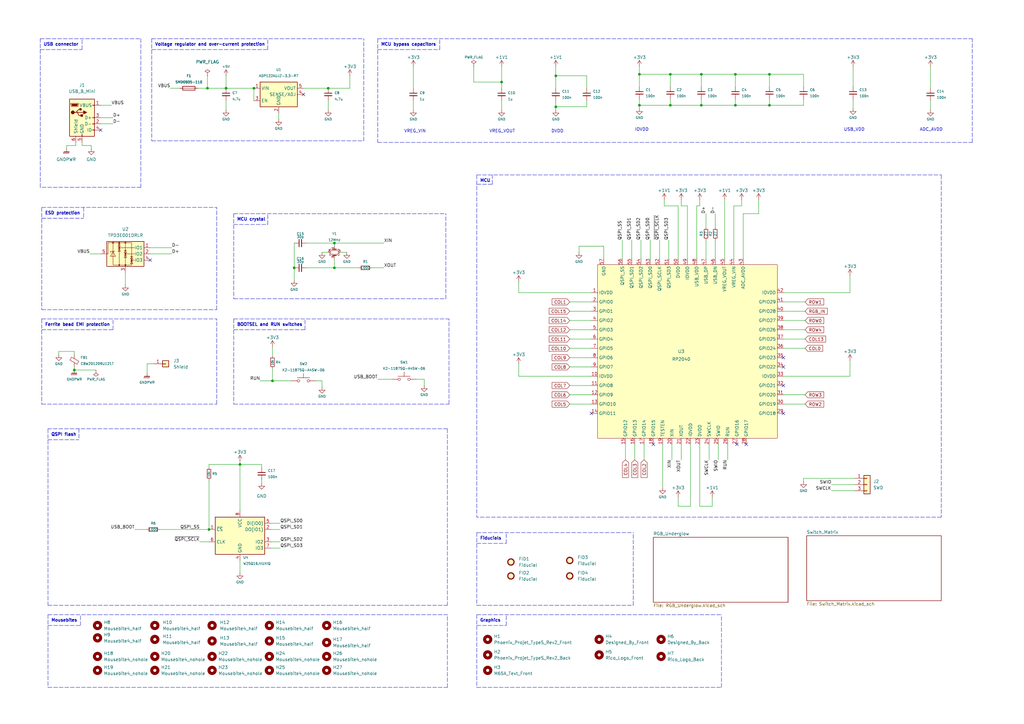
<source format=kicad_sch>
(kicad_sch (version 20211123) (generator eeschema)
  (paper "A3")
  (title_block (title "Phoenix Project No 1 - Type S") (date "2024-07-13") (rev "2.1") (comment 1 "Designed with love by Rico"))
  (lib_symbols
    (symbol "Connector:USB_B_Mini" (pin_names (offset 1.016))
      (property "Reference" "J" (at -5.08 11.43 0))
      (property "Value" "USB_B_Mini" (at -5.08 8.89 0))
      (symbol "USB_B_Mini_1_1"
        (pin power_out line (at 7.62 5.08 180) (length 2.54) (name "VBUS") (number "1"))
        (pin bidirectional line (at 7.62 -2.54 180) (length 2.54) (name "D-") (number "2"))
        (pin bidirectional line (at 7.62 0 180) (length 2.54) (name "D+") (number "3"))
        (pin passive line (at 7.62 -5.08 180) (length 2.54) (name "ID") (number "4"))
        (pin power_out line (at 0 -10.16 90) (length 2.54) (name "GND") (number "5"))
        (pin passive line (at -2.54 -10.16 90) (length 2.54) (name "Shield") (number "6"))
      )
    )
    (symbol "Connector_Generic:Conn_01x01" (pin_names (offset 1.016) hide)
      (property "Reference" "J" (at 0 2.54 0))
      (property "Value" "Conn_01x01" (at 0 -2.54 0))
      (symbol "Conn_01x01_1_1"
        (pin passive line (at -5.08 0 0) (length 3.81) (name "Pin_1") (number "1"))
      )
    )
    (symbol "Connector_Generic:Conn_01x03" (pin_names (offset 1.016) hide)
      (property "Reference" "J" (at 0 5.08 0))
      (property "Value" "Conn_01x03" (at 0 -5.08 0))
      (symbol "Conn_01x03_1_1"
        (pin passive line (at -5.08 2.54 0) (length 3.81) (name "Pin_1") (number "1"))
        (pin passive line (at -5.08 0 0) (length 3.81) (name "Pin_2") (number "2"))
        (pin passive line (at -5.08 -2.54 0) (length 3.81) (name "Pin_3") (number "3"))
      )
    )
    (symbol "Device:C_Small" (pin_numbers hide) (pin_names (offset 0.254) hide)
      (property "Reference" "C" (at 0.254 1.778 0))
      (property "Value" "C_Small" (at 0.254 -2.032 0))
      (symbol "C_Small_1_1"
        (pin passive line (at 0 2.54 270) (length 2.032) (name "~") (number "1"))
        (pin passive line (at 0 -2.54 90) (length 2.032) (name "~") (number "2"))
      )
    )
    (symbol "Device:Crystal_GND24_Small" (pin_names (offset 1.016) hide)
      (property "Reference" "Y" (at 1.27 4.445 0))
      (property "Value" "Crystal_GND24_Small" (at 1.27 2.54 0))
      (symbol "Crystal_GND24_Small_1_1"
        (pin passive line (at -2.54 0 0) (length 1.27) (name "1") (number "1"))
        (pin passive line (at 0 -2.54 90) (length 0.635) (name "2") (number "2"))
        (pin passive line (at 2.54 0 180) (length 1.27) (name "3") (number "3"))
        (pin passive line (at 0 2.54 270) (length 0.635) (name "4") (number "4"))
      )
    )
    (symbol "Device:FerriteBead_Small" (pin_numbers hide) (pin_names (offset 0))
      (property "Reference" "FB" (at 1.905 1.27 0))
      (property "Value" "FerriteBead_Small" (at 1.905 -1.27 0))
      (symbol "FerriteBead_Small_1_1"
        (pin passive line (at 0 2.54 270) (length 1.27) (name "~") (number "1"))
        (pin passive line (at 0 -2.54 90) (length 1.27) (name "~") (number "2"))
      )
    )
    (symbol "Device:Fuse" (pin_numbers hide) (pin_names (offset 0))
      (property "Reference" "F" (at 2.032 0 90))
      (property "Value" "Fuse" (at -1.905 0 90))
      (symbol "Fuse_1_1"
        (pin passive line (at 0 3.81 270) (length 1.27) (name "~") (number "1"))
        (pin passive line (at 0 -3.81 90) (length 1.27) (name "~") (number "2"))
      )
    )
    (symbol "Device:R_Small" (pin_numbers hide) (pin_names (offset 0.254) hide)
      (property "Reference" "R" (at 0.762 0.508 0))
      (property "Value" "R_Small" (at 0.762 -1.016 0))
      (symbol "R_Small_1_1"
        (pin passive line (at 0 2.54 270) (length 0.762) (name "~") (number "1"))
        (pin passive line (at 0 -2.54 90) (length 0.762) (name "~") (number "2"))
      )
    )
    (symbol "Mechanical:Fiducial"
      (property "Reference" "FID" (at 0 5.08 0))
      (property "Value" "Fiducial" (at 0 3.175 0))
    )
    (symbol "Mechanical:MountingHole" (pin_names (offset 1.016))
      (property "Reference" "H" (at 0 5.08 0))
      (property "Value" "MountingHole" (at 0 3.175 0))
    )
    (symbol "Memory_Flash:W25Q32JVSS"
      (property "Reference" "U" (at -8.89 8.89 0))
      (property "Value" "W25Q32JVSS" (at 7.62 8.89 0))
      (symbol "W25Q32JVSS_1_1"
        (pin input line (at -12.7 2.54 0) (length 2.54) (name "~{CS}") (number "1"))
        (pin bidirectional line (at 12.7 2.54 180) (length 2.54) (name "DO(IO1)") (number "2"))
        (pin bidirectional line (at 12.7 -2.54 180) (length 2.54) (name "IO2") (number "3"))
        (pin power_in line (at 0 -10.16 90) (length 2.54) (name "GND") (number "4"))
        (pin bidirectional line (at 12.7 5.08 180) (length 2.54) (name "DI(IO0)") (number "5"))
        (pin input line (at -12.7 -2.54 0) (length 2.54) (name "CLK") (number "6"))
        (pin bidirectional line (at 12.7 -5.08 180) (length 2.54) (name "IO3") (number "7"))
        (pin power_in line (at 0 10.16 270) (length 2.54) (name "VCC") (number "8"))
      )
    )
    (symbol "Power_Protection:TPD3E001DRLR"
      (property "Reference" "U" (at -5.08 6.35 0))
      (property "Value" "TPD3E001DRLR" (at 8.89 -7.62 0))
      (symbol "TPD3E001DRLR_1_1"
        (pin passive line (at 10.16 2.54 180) (length 2.54) (name "IO1") (number "1"))
        (pin passive line (at 10.16 0 180) (length 2.54) (name "IO2") (number "2"))
        (pin passive line (at 0 -7.62 90) (length 2.54) (name "~") (number "3"))
        (pin passive line (at 10.16 -2.54 180) (length 2.54) (name "IO3") (number "4"))
        (pin passive line (at -10.16 0 0) (length 2.54) (name "~") (number "5"))
      )
    )
    (symbol "Regulator_Linear:ADP7142AUJZ-3.3"
      (property "Reference" "U" (at 0 8.89 0))
      (property "Value" "ADP7142AUJZ-3.3" (at 0 6.35 0))
      (symbol "ADP7142AUJZ-3.3_1_1"
        (pin power_in line (at -10.16 2.54 0) (length 2.54) (name "VIN") (number "1"))
        (pin power_in line (at 0 -7.62 90) (length 2.54) (name "GND") (number "2"))
        (pin input line (at -10.16 -2.54 0) (length 2.54) (name "EN") (number "3"))
        (pin input line (at 10.16 0 180) (length 2.54) (name "SENSE/ADJ") (number "4"))
        (pin power_out line (at 10.16 2.54 180) (length 2.54) (name "VOUT") (number "5"))
      )
    )
    (symbol "Switch:SW_Push" (pin_numbers hide) (pin_names (offset 1.016) hide)
      (property "Reference" "SW" (at 1.27 2.54 0))
      (property "Value" "SW_Push" (at 0 -1.524 0))
      (symbol "SW_Push_0_1"
        (pin passive line (at -5.08 0 0) (length 2.54) (name "1") (number "1"))
        (pin passive line (at 5.08 0 180) (length 2.54) (name "2") (number "2"))
      )
    )
    (symbol "mymakercorner:RP2040"
      (property "Reference" "U" (at 0 3.81 0))
      (property "Value" "RP2040" (at 0 1.27 0))
      (symbol "RP2040_1_1"
        (pin power_in line (at -36.83 24.13 0) (length 2.54) (name "IOVDD") (number "1"))
        (pin power_in line (at -36.83 -10.16 0) (length 2.54) (name "IOVDD") (number "10"))
        (pin bidirectional line (at -36.83 -13.97 0) (length 2.54) (name "GPIO8") (number "11"))
        (pin bidirectional line (at -36.83 -17.78 0) (length 2.54) (name "GPIO9") (number "12"))
        (pin bidirectional line (at -36.83 -21.59 0) (length 2.54) (name "GPIO10") (number "13"))
        (pin bidirectional line (at -36.83 -25.4 0) (length 2.54) (name "GPIO11") (number "14"))
        (pin bidirectional line (at -22.86 -38.1 90) (length 2.54) (name "GPIO12") (number "15"))
        (pin bidirectional line (at -19.05 -38.1 90) (length 2.54) (name "GPIO13") (number "16"))
        (pin bidirectional line (at -15.24 -38.1 90) (length 2.54) (name "GPIO14") (number "17"))
        (pin bidirectional line (at -11.43 -38.1 90) (length 2.54) (name "GPIO15") (number "18"))
        (pin input line (at -7.62 -38.1 90) (length 2.54) (name "TESTEN") (number "19"))
        (pin bidirectional line (at -36.83 20.32 0) (length 2.54) (name "GPIO0") (number "2"))
        (pin input line (at -3.81 -38.1 90) (length 2.54) (name "XIN") (number "20"))
        (pin input line (at 0 -38.1 90) (length 2.54) (name "XOUT") (number "21"))
        (pin power_in line (at 3.81 -38.1 90) (length 2.54) (name "IOVDD") (number "22"))
        (pin power_in line (at 7.62 -38.1 90) (length 2.54) (name "DVDD") (number "23"))
        (pin bidirectional line (at 11.43 -38.1 90) (length 2.54) (name "SWCLK") (number "24"))
        (pin bidirectional line (at 15.24 -38.1 90) (length 2.54) (name "SWIO") (number "25"))
        (pin input line (at 19.05 -38.1 90) (length 2.54) (name "RUN") (number "26"))
        (pin bidirectional line (at 22.86 -38.1 90) (length 2.54) (name "GPIO16") (number "27"))
        (pin bidirectional line (at 26.67 -38.1 90) (length 2.54) (name "GPIO17") (number "28"))
        (pin bidirectional line (at 41.91 -25.4 180) (length 2.54) (name "GPIO18") (number "29"))
        (pin bidirectional line (at -36.83 16.51 0) (length 2.54) (name "GPIO1") (number "3"))
        (pin bidirectional line (at 41.91 -21.59 180) (length 2.54) (name "GPIO19") (number "30"))
        (pin bidirectional line (at 41.91 -17.78 180) (length 2.54) (name "GPIO20") (number "31"))
        (pin bidirectional line (at 41.91 -13.97 180) (length 2.54) (name "GPIO21") (number "32"))
        (pin power_in line (at 41.91 -10.16 180) (length 2.54) (name "IOVDD") (number "33"))
        (pin bidirectional line (at 41.91 -6.35 180) (length 2.54) (name "GPIO22") (number "34"))
        (pin bidirectional line (at 41.91 -2.54 180) (length 2.54) (name "GPIO23") (number "35"))
        (pin bidirectional line (at 41.91 1.27 180) (length 2.54) (name "GPIO24") (number "36"))
        (pin bidirectional line (at 41.91 5.08 180) (length 2.54) (name "GPIO25") (number "37"))
        (pin bidirectional line (at 41.91 8.89 180) (length 2.54) (name "GPIO26") (number "38"))
        (pin bidirectional line (at 41.91 12.7 180) (length 2.54) (name "GPIO27") (number "39"))
        (pin bidirectional line (at -36.83 12.7 0) (length 2.54) (name "GPIO2") (number "4"))
        (pin bidirectional line (at 41.91 16.51 180) (length 2.54) (name "GPIO28") (number "40"))
        (pin bidirectional line (at 41.91 20.32 180) (length 2.54) (name "GPIO29") (number "41"))
        (pin power_in line (at 41.91 24.13 180) (length 2.54) (name "IOVDD") (number "42"))
        (pin power_in line (at 25.4 38.1 270) (length 2.54) (name "ADC_AVDD") (number "43"))
        (pin power_in line (at 21.59 38.1 270) (length 2.54) (name "VREG_VIN") (number "44"))
        (pin power_in line (at 17.78 38.1 270) (length 2.54) (name "VREG_VOUT") (number "45"))
        (pin bidirectional line (at 13.97 38.1 270) (length 2.54) (name "USB_DN") (number "46"))
        (pin bidirectional line (at 10.16 38.1 270) (length 2.54) (name "USB_DP") (number "47"))
        (pin power_in line (at 6.35 38.1 270) (length 2.54) (name "USB_VDD") (number "48"))
        (pin power_in line (at 2.54 38.1 270) (length 2.54) (name "IOVDD") (number "49"))
        (pin bidirectional line (at -36.83 8.89 0) (length 2.54) (name "GPIO3") (number "5"))
        (pin power_in line (at -1.27 38.1 270) (length 2.54) (name "DVDD") (number "50"))
        (pin bidirectional line (at -5.08 38.1 270) (length 2.54) (name "QSPI_SD3") (number "51"))
        (pin bidirectional line (at -8.89 38.1 270) (length 2.54) (name "QSPI_SCLK") (number "52"))
        (pin bidirectional line (at -12.7 38.1 270) (length 2.54) (name "QSPI_SD0") (number "53"))
        (pin bidirectional line (at -16.51 38.1 270) (length 2.54) (name "QSPI_SD2") (number "54"))
        (pin bidirectional line (at -20.32 38.1 270) (length 2.54) (name "QSPI_SD1") (number "55"))
        (pin bidirectional line (at -24.13 38.1 270) (length 2.54) (name "QSPI_SS") (number "56"))
        (pin power_in line (at -31.75 38.1 270) (length 2.54) (name "GND") (number "57"))
        (pin bidirectional line (at -36.83 5.08 0) (length 2.54) (name "GPIO4") (number "6"))
        (pin bidirectional line (at -36.83 1.27 0) (length 2.54) (name "GPIO5") (number "7"))
        (pin bidirectional line (at -36.83 -2.54 0) (length 2.54) (name "GPIO6") (number "8"))
        (pin bidirectional line (at -36.83 -6.35 0) (length 2.54) (name "GPIO7") (number "9"))
      )
    )
    (symbol "power:+1V1" (power) (pin_names (offset 0))
      (property "Value" "+1V1" (at 0 3.556 0))
      (symbol "+1V1_1_1"
        (pin power_in line (at 0 0 90) (length 0) hide (name "+1V1") (number "1"))
      )
    )
    (symbol "power:+3V3" (power) (pin_names (offset 0))
      (property "Value" "+3V3" (at 0 3.556 0))
      (symbol "+3V3_1_1"
        (pin power_in line (at 0 0 90) (length 0) hide (name "+3V3") (number "1"))
      )
    )
    (symbol "power:+5V" (power) (pin_names (offset 0))
      (property "Value" "+5V" (at 0 3.556 0))
      (symbol "+5V_1_1"
        (pin power_in line (at 0 0 90) (length 0) hide (name "+5V") (number "1"))
      )
    )
    (symbol "power:GND" (power) (pin_names (offset 0))
      (property "Value" "GND" (at 0 -3.81 0))
      (symbol "GND_1_1"
        (pin power_in line (at 0 0 270) (length 0) hide (name "GND") (number "1"))
      )
    )
    (symbol "power:GNDPWR" (power) (pin_names (offset 0))
      (property "Value" "GNDPWR" (at 0 -3.302 0))
      (symbol "GNDPWR_1_1"
        (pin power_in line (at 0 0 270) (length 0) hide (name "GNDPWR") (number "1"))
      )
    )
    (symbol "power:PWR_FLAG" (power) (pin_numbers hide) (pin_names (offset 0) hide)
      (property "Value" "PWR_FLAG" (at 0 3.81 0))
      (symbol "PWR_FLAG_0_0"
        (pin power_out line (at 0 0 90) (length 0) (name "pwr") (number "1"))
      )
    )
  )
  (junction (at 274.955 43.18))
  (junction (at 301.625 43.18))
  (junction (at 104.14 36.195))
  (junction (at 134.62 36.195))
  (junction (at 85.725 217.17))
  (junction (at 205.74 33.655))
  (junction (at 137.16 109.855))
  (junction (at 315.595 30.48))
  (junction (at 137.16 99.695))
  (junction (at 111.76 156.21))
  (junction (at 287.655 30.48))
  (junction (at 85.09 36.195))
  (junction (at 315.595 43.18))
  (junction (at 287.655 43.18))
  (junction (at 120.65 109.855))
  (junction (at 98.425 190.5))
  (junction (at 92.71 36.195))
  (junction (at 227.965 43.815))
  (junction (at 262.255 30.48))
  (junction (at 262.255 43.18))
  (junction (at 30.48 151.765))
  (junction (at 227.965 31.115))
  (junction (at 301.625 30.48))
  (junction (at 274.955 30.48))
  (no_connect (at 242.57 169.545))
  (no_connect (at 321.31 158.115))
  (no_connect (at 321.31 150.495))
  (no_connect (at 321.31 169.545))
  (no_connect (at 41.275 53.34))
  (no_connect (at 267.97 182.245))
  (no_connect (at 61.595 106.68))
  (no_connect (at 302.26 182.245))
  (no_connect (at 124.46 38.735))
  (no_connect (at 306.07 182.245))
  (no_connect (at 321.31 146.685))
  (wire (pts (xy 274.955 30.48) (xy 287.655 30.48)))
  (wire (pts (xy 205.74 27.305) (xy 205.74 33.655)))
  (polyline (pts (xy 19.685 175.895) (xy 19.685 248.285)))
  (wire (pts (xy 111.125 217.17) (xy 114.935 217.17)))
  (wire (pts (xy 321.31 131.445) (xy 330.2 131.445)))
  (wire (pts (xy 114.3 46.355) (xy 114.3 48.895)))
  (wire (pts (xy 233.68 127.635) (xy 242.57 127.635)))
  (polyline (pts (xy 17.145 130.81) (xy 17.145 165.735)))
  (wire (pts (xy 111.125 222.25) (xy 114.935 222.25)))
  (polyline (pts (xy 19.685 256.54) (xy 33.02 256.54)))
  (polyline (pts (xy 62.23 57.785) (xy 149.225 57.785)))
  (wire (pts (xy 233.68 146.685) (xy 242.57 146.685)))
  (wire (pts (xy 227.965 31.115) (xy 227.965 36.195)))
  (wire (pts (xy 205.74 33.655) (xy 205.74 36.195)))
  (polyline (pts (xy 195.58 252.095) (xy 195.58 281.94)))
  (wire (pts (xy 227.965 43.815) (xy 227.965 45.085)))
  (wire (pts (xy 289.56 87.63) (xy 289.56 93.345)))
  (wire (pts (xy 301.625 30.48) (xy 315.595 30.48)))
  (wire (pts (xy 240.665 31.115) (xy 240.665 36.195)))
  (polyline (pts (xy 17.145 89.535) (xy 34.29 89.535)))
  (wire (pts (xy 30.48 144.145) (xy 30.48 145.415)))
  (wire (pts (xy 329.565 30.48) (xy 329.565 35.56)))
  (polyline (pts (xy 295.91 281.94) (xy 295.91 252.095)))
  (wire (pts (xy 348.615 154.305) (xy 348.615 147.955)))
  (polyline (pts (xy 95.885 87.63) (xy 95.885 122.555)))
  (wire (pts (xy 311.15 81.915) (xy 311.15 87.63)))
  (wire (pts (xy 283.21 182.245) (xy 283.21 207.645)))
  (wire (pts (xy 240.665 41.275) (xy 240.665 43.815)))
  (wire (pts (xy 33.655 59.69) (xy 37.465 59.69)))
  (wire (pts (xy 62.865 149.225) (xy 60.325 149.225)))
  (wire (pts (xy 271.78 182.245) (xy 271.78 200.025)))
  (wire (pts (xy 227.965 31.115) (xy 240.665 31.115)))
  (wire (pts (xy 61.595 104.14) (xy 70.485 104.14)))
  (wire (pts (xy 274.955 30.48) (xy 274.955 35.56)))
  (wire (pts (xy 287.655 30.48) (xy 301.625 30.48)))
  (wire (pts (xy 300.99 84.455) (xy 300.99 106.045)))
  (wire (pts (xy 31.115 58.42) (xy 31.115 59.69)))
  (wire (pts (xy 169.545 41.275) (xy 169.545 45.085)))
  (wire (pts (xy 98.425 189.23) (xy 98.425 190.5)))
  (wire (pts (xy 70.485 101.6) (xy 61.595 101.6)))
  (wire (pts (xy 227.965 27.305) (xy 227.965 31.115)))
  (polyline (pts (xy 195.58 252.095) (xy 295.91 252.095)))
  (polyline (pts (xy 398.78 58.42) (xy 398.78 15.875)))
  (wire (pts (xy 301.625 40.64) (xy 301.625 43.18)))
  (wire (pts (xy 278.13 84.455) (xy 278.13 106.045)))
  (wire (pts (xy 30.48 150.495) (xy 30.48 151.765)))
  (wire (pts (xy 233.68 131.445) (xy 242.57 131.445)))
  (wire (pts (xy 227.965 43.815) (xy 240.665 43.815)))
  (wire (pts (xy 330.2 142.875) (xy 321.31 142.875)))
  (wire (pts (xy 125.73 99.695) (xy 137.16 99.695)))
  (wire (pts (xy 69.85 36.195) (xy 73.66 36.195)))
  (wire (pts (xy 92.71 36.195) (xy 104.14 36.195)))
  (wire (pts (xy 255.27 98.425) (xy 255.27 106.045)))
  (wire (pts (xy 315.595 43.18) (xy 329.565 43.18)))
  (wire (pts (xy 170.815 155.575) (xy 173.99 155.575)))
  (wire (pts (xy 321.31 165.735) (xy 330.2 165.735)))
  (wire (pts (xy 111.76 156.21) (xy 119.38 156.21)))
  (wire (pts (xy 98.425 229.87) (xy 98.425 234.95)))
  (wire (pts (xy 51.435 111.76) (xy 51.435 116.84)))
  (wire (pts (xy 120.65 109.855) (xy 120.65 114.935)))
  (polyline (pts (xy 19.685 248.285) (xy 183.515 248.285)))
  (wire (pts (xy 173.99 155.575) (xy 173.99 158.115)))
  (wire (pts (xy 274.32 98.425) (xy 274.32 106.045)))
  (polyline (pts (xy 207.645 256.54) (xy 207.645 252.095)))
  (polyline (pts (xy 201.93 75.565) (xy 201.93 71.755)))
  (wire (pts (xy 321.31 127.635) (xy 330.2 127.635)))
  (polyline (pts (xy 62.23 15.875) (xy 149.225 15.875)))
  (wire (pts (xy 287.02 182.245) (xy 287.02 207.645)))
  (polyline (pts (xy 17.145 127) (xy 88.9 127)))
  (polyline (pts (xy 33.655 20.32) (xy 33.655 15.875)))
  (wire (pts (xy 169.545 27.305) (xy 169.545 36.195)))
  (polyline (pts (xy 154.94 20.32) (xy 180.34 20.32)))
  (polyline (pts (xy 183.515 175.895) (xy 183.515 248.285)))
  (wire (pts (xy 132.08 103.505) (xy 134.62 103.505)))
  (wire (pts (xy 348.615 113.03) (xy 348.615 120.015)))
  (polyline (pts (xy 33.02 256.54) (xy 33.02 252.095)))
  (wire (pts (xy 293.37 87.63) (xy 293.37 93.345)))
  (wire (pts (xy 92.71 31.115) (xy 92.71 36.195)))
  (wire (pts (xy 134.62 41.275) (xy 134.62 45.085)))
  (polyline (pts (xy 17.145 85.09) (xy 17.145 127)))
  (wire (pts (xy 41.275 43.18) (xy 45.72 43.18)))
  (polyline (pts (xy 259.715 248.285) (xy 259.715 218.44)))
  (polyline (pts (xy 34.29 85.09) (xy 34.29 89.535)))
  (wire (pts (xy 233.68 142.875) (xy 242.57 142.875)))
  (wire (pts (xy 300.99 84.455) (xy 304.165 84.455)))
  (wire (pts (xy 60.325 149.225) (xy 60.325 153.035)))
  (wire (pts (xy 287.655 30.48) (xy 287.655 35.56)))
  (wire (pts (xy 233.68 158.115) (xy 242.57 158.115)))
  (wire (pts (xy 272.415 84.455) (xy 278.13 84.455)))
  (wire (pts (xy 304.8 87.63) (xy 304.8 106.045)))
  (polyline (pts (xy 19.685 252.095) (xy 183.515 252.095)))
  (wire (pts (xy 266.7 98.425) (xy 266.7 106.045)))
  (wire (pts (xy 137.16 106.045) (xy 137.16 109.855)))
  (wire (pts (xy 297.18 81.915) (xy 297.18 106.045)))
  (polyline (pts (xy 95.885 130.81) (xy 184.15 130.81)))
  (wire (pts (xy 290.83 182.245) (xy 290.83 188.595)))
  (wire (pts (xy 311.15 87.63) (xy 304.8 87.63)))
  (wire (pts (xy 92.71 41.275) (xy 92.71 45.085)))
  (wire (pts (xy 124.46 36.195) (xy 134.62 36.195)))
  (wire (pts (xy 31.115 59.69) (xy 27.305 59.69)))
  (wire (pts (xy 247.65 100.965) (xy 247.65 106.045)))
  (wire (pts (xy 98.425 190.5) (xy 85.725 190.5)))
  (wire (pts (xy 340.995 198.755) (xy 350.52 198.755)))
  (polyline (pts (xy 17.145 130.81) (xy 88.9 130.81)))
  (wire (pts (xy 111.125 224.79) (xy 114.935 224.79)))
  (polyline (pts (xy 19.685 180.34) (xy 32.385 180.34)))
  (wire (pts (xy 85.09 31.115) (xy 85.09 36.195)))
  (wire (pts (xy 262.255 43.18) (xy 262.255 44.45)))
  (wire (pts (xy 285.75 84.455) (xy 287.02 84.455)))
  (wire (pts (xy 139.7 103.505) (xy 142.24 103.505)))
  (polyline (pts (xy 16.51 76.835) (xy 16.51 15.875)))
  (wire (pts (xy 237.49 103.505) (xy 237.49 100.965)))
  (wire (pts (xy 262.255 30.48) (xy 262.255 35.56)))
  (wire (pts (xy 194.31 33.655) (xy 205.74 33.655)))
  (wire (pts (xy 381.635 41.275) (xy 381.635 45.085)))
  (wire (pts (xy 294.64 182.245) (xy 294.64 188.595)))
  (wire (pts (xy 24.13 145.415) (xy 24.13 144.145)))
  (polyline (pts (xy 207.645 222.885) (xy 207.645 218.44)))
  (polyline (pts (xy 180.34 20.32) (xy 180.34 15.875)))
  (polyline (pts (xy 32.385 179.705) (xy 32.385 175.895)))
  (polyline (pts (xy 154.94 58.42) (xy 398.78 58.42)))
  (polyline (pts (xy 46.355 135.255) (xy 46.355 130.81)))
  (polyline (pts (xy 88.9 127) (xy 88.9 85.09)))
  (wire (pts (xy 212.725 154.305) (xy 242.57 154.305)))
  (wire (pts (xy 321.31 161.925) (xy 330.2 161.925)))
  (wire (pts (xy 233.68 139.065) (xy 242.57 139.065)))
  (wire (pts (xy 262.255 30.48) (xy 274.955 30.48)))
  (wire (pts (xy 321.31 120.015) (xy 348.615 120.015)))
  (wire (pts (xy 274.955 43.18) (xy 287.655 43.18)))
  (wire (pts (xy 36.83 104.14) (xy 41.275 104.14)))
  (polyline (pts (xy 109.855 20.32) (xy 109.855 15.875)))
  (wire (pts (xy 24.13 144.145) (xy 30.48 144.145)))
  (wire (pts (xy 301.625 43.18) (xy 315.595 43.18)))
  (wire (pts (xy 33.655 58.42) (xy 33.655 59.69)))
  (wire (pts (xy 212.725 120.015) (xy 242.57 120.015)))
  (polyline (pts (xy 57.785 15.875) (xy 57.785 76.835)))
  (polyline (pts (xy 19.685 281.94) (xy 183.515 281.94)))
  (polyline (pts (xy 195.58 222.885) (xy 207.645 222.885)))
  (polyline (pts (xy 195.58 75.565) (xy 201.93 75.565)))
  (wire (pts (xy 262.255 27.305) (xy 262.255 30.48)))
  (polyline (pts (xy 16.51 20.32) (xy 33.655 20.32)))
  (wire (pts (xy 143.51 31.115) (xy 143.51 36.195)))
  (wire (pts (xy 81.915 222.25) (xy 85.725 222.25)))
  (wire (pts (xy 120.65 99.695) (xy 120.65 109.855)))
  (wire (pts (xy 194.31 27.305) (xy 194.31 33.655)))
  (wire (pts (xy 285.75 84.455) (xy 285.75 106.045)))
  (polyline (pts (xy 16.51 15.875) (xy 19.05 15.875)))
  (polyline (pts (xy 95.885 87.63) (xy 182.88 87.63)))
  (wire (pts (xy 321.31 139.065) (xy 330.2 139.065)))
  (wire (pts (xy 287.655 43.18) (xy 301.625 43.18)))
  (polyline (pts (xy 195.58 71.755) (xy 195.58 212.09)))
  (polyline (pts (xy 19.685 252.095) (xy 19.685 281.94)))
  (wire (pts (xy 41.275 48.26) (xy 46.355 48.26)))
  (wire (pts (xy 292.1 207.645) (xy 292.1 203.835)))
  (wire (pts (xy 205.74 41.275) (xy 205.74 45.085)))
  (wire (pts (xy 104.14 36.195) (xy 104.14 41.275)))
  (polyline (pts (xy 62.23 20.32) (xy 109.855 20.32)))
  (wire (pts (xy 111.76 142.24) (xy 111.76 146.05)))
  (wire (pts (xy 107.315 191.77) (xy 107.315 190.5)))
  (wire (pts (xy 321.31 123.825) (xy 330.2 123.825)))
  (polyline (pts (xy 95.885 92.075) (xy 109.855 92.075)))
  (wire (pts (xy 321.31 154.305) (xy 348.615 154.305)))
  (wire (pts (xy 275.59 182.245) (xy 275.59 188.595)))
  (wire (pts (xy 111.76 156.21) (xy 106.68 156.21)))
  (wire (pts (xy 298.45 182.245) (xy 298.45 188.595)))
  (polyline (pts (xy 17.145 85.09) (xy 88.9 85.09)))
  (polyline (pts (xy 57.785 76.835) (xy 16.51 76.835)))
  (wire (pts (xy 152.4 109.855) (xy 157.48 109.855)))
  (wire (pts (xy 262.255 40.64) (xy 262.255 43.18)))
  (wire (pts (xy 129.54 156.21) (xy 132.08 156.21)))
  (wire (pts (xy 262.89 98.425) (xy 262.89 106.045)))
  (wire (pts (xy 270.51 98.425) (xy 270.51 106.045)))
  (polyline (pts (xy 195.58 248.285) (xy 259.715 248.285)))
  (wire (pts (xy 85.09 36.195) (xy 92.71 36.195)))
  (polyline (pts (xy 17.145 135.255) (xy 46.355 135.255)))
  (polyline (pts (xy 195.58 218.44) (xy 195.58 248.285)))
  (wire (pts (xy 349.885 27.305) (xy 349.885 35.56)))
  (wire (pts (xy 98.425 190.5) (xy 98.425 209.55)))
  (wire (pts (xy 287.02 207.645) (xy 292.1 207.645)))
  (polyline (pts (xy 154.94 15.875) (xy 154.94 58.42)))
  (wire (pts (xy 227.965 41.275) (xy 227.965 43.815)))
  (wire (pts (xy 98.425 190.5) (xy 107.315 190.5)))
  (wire (pts (xy 212.725 149.225) (xy 212.725 154.305)))
  (wire (pts (xy 233.68 123.825) (xy 242.57 123.825)))
  (wire (pts (xy 41.275 50.8) (xy 46.355 50.8)))
  (wire (pts (xy 65.405 217.17) (xy 85.725 217.17)))
  (wire (pts (xy 259.08 98.425) (xy 259.08 106.045)))
  (wire (pts (xy 85.725 190.5) (xy 85.725 191.77)))
  (wire (pts (xy 107.315 196.85) (xy 107.315 198.12)))
  (polyline (pts (xy 149.225 57.785) (xy 149.225 15.875)))
  (polyline (pts (xy 154.94 15.875) (xy 398.78 15.875)))
  (wire (pts (xy 279.4 81.915) (xy 279.4 84.455)))
  (wire (pts (xy 340.995 201.295) (xy 350.52 201.295)))
  (wire (pts (xy 237.49 100.965) (xy 247.65 100.965)))
  (wire (pts (xy 315.595 30.48) (xy 315.595 35.56)))
  (polyline (pts (xy 184.15 165.735) (xy 184.15 130.81)))
  (wire (pts (xy 233.68 165.735) (xy 242.57 165.735)))
  (wire (pts (xy 27.305 59.69) (xy 27.305 60.96)))
  (wire (pts (xy 287.655 40.64) (xy 287.655 43.18)))
  (polyline (pts (xy 17.145 165.735) (xy 88.9 165.735)))
  (wire (pts (xy 233.68 135.255) (xy 242.57 135.255)))
  (wire (pts (xy 137.16 109.855) (xy 147.32 109.855)))
  (polyline (pts (xy 195.58 218.44) (xy 259.715 218.44)))
  (polyline (pts (xy 62.23 15.875) (xy 62.23 57.785)))
  (wire (pts (xy 212.725 115.57) (xy 212.725 120.015)))
  (polyline (pts (xy 125.095 135.255) (xy 125.095 130.81)))
  (wire (pts (xy 301.625 30.48) (xy 301.625 35.56)))
  (wire (pts (xy 329.565 40.64) (xy 329.565 43.18)))
  (polyline (pts (xy 95.885 122.555) (xy 182.88 122.555)))
  (wire (pts (xy 262.255 43.18) (xy 274.955 43.18)))
  (polyline (pts (xy 195.58 71.755) (xy 386.08 71.755)))
  (polyline (pts (xy 182.88 122.555) (xy 182.88 87.63)))
  (wire (pts (xy 283.21 207.645) (xy 278.13 207.645)))
  (wire (pts (xy 30.48 151.765) (xy 39.37 151.765)))
  (wire (pts (xy 233.68 161.925) (xy 242.57 161.925)))
  (wire (pts (xy 281.94 84.455) (xy 281.94 106.045)))
  (wire (pts (xy 137.16 99.695) (xy 137.16 100.965)))
  (wire (pts (xy 154.94 155.575) (xy 160.655 155.575)))
  (wire (pts (xy 37.465 59.69) (xy 37.465 60.96)))
  (wire (pts (xy 256.54 182.245) (xy 256.54 188.595)))
  (polyline (pts (xy 95.885 165.735) (xy 184.15 165.735)))
  (wire (pts (xy 272.415 81.915) (xy 272.415 84.455)))
  (wire (pts (xy 329.565 197.485) (xy 329.565 196.215)))
  (wire (pts (xy 329.565 196.215) (xy 350.52 196.215)))
  (polyline (pts (xy 95.885 130.81) (xy 95.885 165.735)))
  (polyline (pts (xy 88.9 165.735) (xy 88.9 130.81)))
  (polyline (pts (xy 195.58 281.94) (xy 295.91 281.94)))
  (wire (pts (xy 315.595 40.64) (xy 315.595 43.18)))
  (wire (pts (xy 278.13 207.645) (xy 278.13 203.835)))
  (wire (pts (xy 111.125 214.63) (xy 114.935 214.63)))
  (polyline (pts (xy 95.885 135.255) (xy 125.095 135.255)))
  (wire (pts (xy 134.62 36.195) (xy 143.51 36.195)))
  (wire (pts (xy 304.165 84.455) (xy 304.165 81.915)))
  (wire (pts (xy 111.76 151.13) (xy 111.76 156.21)))
  (wire (pts (xy 349.885 40.64) (xy 349.885 44.45)))
  (wire (pts (xy 233.68 150.495) (xy 242.57 150.495)))
  (wire (pts (xy 132.08 156.21) (xy 132.08 158.75)))
  (polyline (pts (xy 386.08 71.755) (xy 386.08 212.09)))
  (wire (pts (xy 315.595 30.48) (xy 329.565 30.48)))
  (wire (pts (xy 289.56 98.425) (xy 289.56 106.045)))
  (polyline (pts (xy 183.515 281.94) (xy 183.515 252.095)))
  (wire (pts (xy 381.635 27.305) (xy 381.635 36.195)))
  (wire (pts (xy 293.37 98.425) (xy 293.37 106.045)))
  (polyline (pts (xy 109.855 92.075) (xy 109.855 87.63)))
  (polyline (pts (xy 195.58 256.54) (xy 207.645 256.54)))
  (polyline (pts (xy 183.515 175.895) (xy 19.685 175.895)))
  (polyline (pts (xy 386.08 212.09) (xy 195.58 212.09)))
  (wire (pts (xy 55.245 217.17) (xy 60.325 217.17)))
  (wire (pts (xy 85.725 196.85) (xy 85.725 217.17)))
  (wire (pts (xy 279.4 84.455) (xy 281.94 84.455)))
  (wire (pts (xy 81.28 36.195) (xy 85.09 36.195)))
  (wire (pts (xy 137.16 99.695) (xy 157.48 99.695)))
  (wire (pts (xy 274.955 40.64) (xy 274.955 43.18)))
  (wire (pts (xy 287.02 84.455) (xy 287.02 81.915)))
  (wire (pts (xy 264.16 182.245) (xy 264.16 188.595)))
  (polyline (pts (xy 19.05 15.875) (xy 57.785 15.875)))
  (wire (pts (xy 279.4 182.245) (xy 279.4 188.595)))
  (wire (pts (xy 321.31 135.255) (xy 330.2 135.255)))
  (wire (pts (xy 260.35 182.245) (xy 260.35 188.595)))
  (wire (pts (xy 125.73 109.855) (xy 137.16 109.855)))
  (text "MCU bypass capacitors" (at 156.21 19.05 0) (effects (font (size 1.27 1.27) (thickness 0.254) bold) (justify left bottom)))
  (text "Graphics" (at 196.85 255.27 0) (effects (font (size 1.27 1.27) (thickness 0.254) bold) (justify left bottom)))
  (text "ADC_AVDD" (at 377.19 53.975 0) (effects (font (size 1.27 1.27)) (justify left bottom)))
  (text "Voltage regulator and over-current protection" (at 63.5 19.05 0) (effects (font (size 1.27 1.27) (thickness 0.254) bold) (justify left bottom)))
  (text "ESD protection" (at 18.415 88.265 0) (effects (font (size 1.27 1.27) (thickness 0.254) bold) (justify left bottom)))
  (text "MCU" (at 196.85 74.93 0) (effects (font (size 1.27 1.27) (thickness 0.254) bold) (justify left bottom)))
  (text "QSPI flash" (at 20.955 179.07 0) (effects (font (size 1.27 1.27) (thickness 0.254) bold) (justify left bottom)))
  (text "Mousebites" (at 20.955 255.27 0) (effects (font (size 1.27 1.27) (thickness 0.254) bold) (justify left bottom)))
  (text "BOOTSEL and RUN switches" (at 97.155 133.985 0) (effects (font (size 1.27 1.27) (thickness 0.254) bold) (justify left bottom)))
  (text "VREG_VIN" (at 165.735 54.61 0) (effects (font (size 1.27 1.27)) (justify left bottom)))
  (text "MCU crystal" (at 97.155 90.805 0) (effects (font (size 1.27 1.27) (thickness 0.254) bold) (justify left bottom)))
  (text "Fiducials" (at 196.85 221.615 0) (effects (font (size 1.27 1.27) (thickness 0.254) bold) (justify left bottom)))
  (text "DVDD" (at 226.06 54.61 0) (effects (font (size 1.27 1.27)) (justify left bottom)))
  (text "Ferrite bead EMI protection" (at 18.415 133.985 0) (effects (font (size 1.27 1.27) (thickness 0.254) bold) (justify left bottom)))
  (text "IOVDD" (at 260.35 53.975 0) (effects (font (size 1.27 1.27)) (justify left bottom)))
  (text "VREG_VOUT" (at 200.66 54.61 0) (effects (font (size 1.27 1.27)) (justify left bottom)))
  (text "USB connector" (at 17.78 19.05 0) (effects (font (size 1.27 1.27) (thickness 0.254) bold) (justify left bottom)))
  (text "USB_VDD" (at 346.075 53.975 0) (effects (font (size 1.27 1.27)) (justify left bottom)))
  (label "D-" (at 70.485 101.6 0))
  (label "D+" (at 289.56 87.63 90))
  (label "QSPI_SD1" (at 259.08 98.425 90))
  (label "VBUS" (at 45.72 43.18 0))
  (label "D-" (at 293.37 87.63 90))
  (label "XIN" (at 157.48 99.695 0))
  (label "USB_BOOT" (at 154.94 155.575 180))
  (label "XIN" (at 275.59 188.595 270))
  (label "D+" (at 70.485 104.14 0))
  (label "QSPI_SD2" (at 114.935 222.25 0))
  (label "QSPI_SS" (at 255.27 98.425 90))
  (label "QSPI_SD3" (at 274.32 98.425 90))
  (label "VBUS" (at 36.83 104.14 180))
  (label "QSPI_SD0" (at 266.7 98.425 90))
  (label "SWCLK" (at 290.83 188.595 270))
  (label "SWIO" (at 340.995 198.755 180))
  (label "USB_BOOT" (at 55.245 217.17 180))
  (label "XOUT" (at 279.4 188.595 270))
  (label "QSPI_SD0" (at 114.935 214.63 0))
  (label "SWIO" (at 294.64 188.595 270))
  (label "~{QSPI_SCLK}" (at 81.915 222.25 180))
  (label "QSPI_SD3" (at 114.935 224.79 0))
  (label "QSPI_SD1" (at 114.935 217.17 0))
  (label "D+" (at 46.355 48.26 0))
  (label "D-" (at 46.355 50.8 0))
  (label "RUN" (at 106.68 156.21 180))
  (label "RUN" (at 298.45 188.595 270))
  (label "QSPI_SS" (at 81.915 217.17 180))
  (label "VBUS" (at 69.85 36.195 180))
  (label "XOUT" (at 157.48 109.855 0))
  (label "~{QSPI_SCLK}" (at 270.51 98.425 90))
  (label "QSPI_SD2" (at 262.89 98.425 90))
  (label "SWCLK" (at 340.995 201.295 180))
  (global_label "RGB_IN" (shape input) (at 330.2 127.635 0) (property "Intersheet References" "${INTERSHEET_REFS}" (effects hide)))
  (global_label "COL2" (shape input) (at 264.16 188.595 270) (property "Intersheet References" "${INTERSHEET_REFS}" (effects hide)))
  (global_label "COL4" (shape input) (at 256.54 188.595 270) (property "Intersheet References" "${INTERSHEET_REFS}" (effects hide)))
  (global_label "COL14" (shape input) (at 233.68 131.445 180) (property "Intersheet References" "${INTERSHEET_REFS}" (effects hide)))
  (global_label "COL12" (shape input) (at 233.68 135.255 180) (property "Intersheet References" "${INTERSHEET_REFS}" (effects hide)))
  (global_label "ROW2" (shape input) (at 330.2 165.735 0) (property "Intersheet References" "${INTERSHEET_REFS}" (effects hide)))
  (global_label "ROW3" (shape input) (at 330.2 161.925 0) (property "Intersheet References" "${INTERSHEET_REFS}" (effects hide)))
  (global_label "ROW4" (shape input) (at 330.2 135.255 0) (property "Intersheet References" "${INTERSHEET_REFS}" (effects hide)))
  (global_label "COL5" (shape input) (at 233.68 165.735 180) (property "Intersheet References" "${INTERSHEET_REFS}" (effects hide)))
  (global_label "COL10" (shape input) (at 233.68 142.875 180) (property "Intersheet References" "${INTERSHEET_REFS}" (effects hide)))
  (global_label "COL15" (shape input) (at 233.68 127.635 180) (property "Intersheet References" "${INTERSHEET_REFS}" (effects hide)))
  (global_label "COL13" (shape input) (at 330.2 139.065 0) (property "Intersheet References" "${INTERSHEET_REFS}" (effects hide)))
  (global_label "ROW1" (shape input) (at 330.2 123.825 0) (property "Intersheet References" "${INTERSHEET_REFS}" (effects hide)))
  (global_label "COL7" (shape input) (at 233.68 158.115 180) (property "Intersheet References" "${INTERSHEET_REFS}" (effects hide)))
  (global_label "COL6" (shape input) (at 233.68 161.925 180) (property "Intersheet References" "${INTERSHEET_REFS}" (effects hide)))
  (global_label "COL3" (shape input) (at 260.35 188.595 270) (property "Intersheet References" "${INTERSHEET_REFS}" (effects hide)))
  (global_label "COL0" (shape input) (at 330.2 142.875 0) (property "Intersheet References" "${INTERSHEET_REFS}" (effects hide)))
  (global_label "COL8" (shape input) (at 233.68 150.495 180) (property "Intersheet References" "${INTERSHEET_REFS}" (effects hide)))
  (global_label "COL11" (shape input) (at 233.68 139.065 180) (property "Intersheet References" "${INTERSHEET_REFS}" (effects hide)))
  (global_label "ROW0" (shape input) (at 330.2 131.445 0) (property "Intersheet References" "${INTERSHEET_REFS}" (effects hide)))
  (global_label "COL1" (shape input) (at 233.68 123.825 180) (property "Intersheet References" "${INTERSHEET_REFS}" (effects hide)))
  (global_label "COL9" (shape input) (at 233.68 146.685 180) (property "Intersheet References" "${INTERSHEET_REFS}" (effects hide)))
  (symbol (lib_id "Mechanical:MountingHole") (at 40.005 274.955 0) (unit 1)
    (property "Reference" "H19" (at 42.545 273.6849 0) (effects (justify left)))
    (property "Value" "Mousebite4_nohole" (at 42.545 276.2249 0) (effects (justify left)))
    (property "Footprint" "mymakercorner:Mousebite4_nohole" (effects hide))
  )
  (symbol (lib_id "Device:C_Small") (at 123.19 99.695 90) (unit 1)
    (property "Reference" "C15" (at 123.19 95.885 90) (effects (font (size 1 1))))
    (property "Value" "30p" (at 123.1963 97.155 90) (effects (font (size 1 1))))
    (property "Footprint" "mymakercorner:C_402" (effects hide))
    (property "LCSC" "C1570" (effects hide))
  )
  (symbol (lib_id "Mechanical:MountingHole") (at 271.145 262.255 0) (unit 1)
    (property "Reference" "H6" (at 273.685 260.9849 0) (effects (justify left)))
    (property "Value" "Designed_By_Back" (at 273.685 263.5249 0) (effects (justify left)))
    (property "Footprint" "mymakercorner:DesignedWithLove_Logo" (effects hide))
  )
  (symbol (lib_id "power:+3V3") (at 304.165 81.915 0) (unit 1)
    (property "Reference" "#PWR0106" (effects hide))
    (property "Value" "+3V3" (at 304.165 78.105 0))
  )
  (symbol (lib_id "Device:C_Small") (at 301.625 38.1 0) (unit 1)
    (property "Reference" "C4" (at 304.165 36.8362 0) (effects (font (size 1 1)) (justify left)))
    (property "Value" "100n" (at 304.165 39.3762 0) (effects (font (size 1 1)) (justify left)))
    (property "Footprint" "mymakercorner:C_402" (effects hide))
    (property "LCSC" "C1525" (effects hide))
  )
  (symbol (lib_id "Switch:SW_Push") (at 124.46 156.21 0) (unit 1)
    (property "Reference" "SW2" (at 124.46 149.225 0) (effects (font (size 1 1))))
    (property "Value" "K2-1187SQ-A4SW-06" (at 124.46 151.765 0) (effects (font (size 1 1))))
    (property "Footprint" "mymakercorner:K2-1187SQ-B4SW-06" (effects hide))
    (property "LCSC" "C92584" (effects hide))
    (property "Mouser" "653-B3U-3000P-B " (effects hide))
  )
  (symbol (lib_id "Memory_Flash:W25Q32JVSS") (at 98.425 219.71 0) (unit 1)
    (property "Reference" "U4" (at 99.695 228.6 0) (effects (font (size 1 1)) (justify left)))
    (property "Value" "W25Q16JVUXIQ" (at 99.695 231.14 0) (effects (font (size 1 1)) (justify left)))
    (property "Footprint" "mymakercorner:USON8_3x2mm" (effects hide))
    (property "Datasheet" "http://www.winbond.com/resource-files/w25q32jv%20revg%2003272018%20plus.pdf" (effects hide))
    (property "LCSC" "C2843335" (effects hide))
    (property "Mouser" "454-W25Q16JVUXIQTR" (effects hide))
  )
  (symbol (lib_id "Device:Fuse") (at 77.47 36.195 90) (unit 1)
    (property "Reference" "F1" (at 77.47 31.115 90) (effects (font (size 1 1))))
    (property "Value" "SMD0805-110" (at 77.47 33.655 90) (effects (font (size 1 1))))
    (property "Footprint" "mymakercorner:F_805" (effects hide))
    (property "LCSC" "C70062" (effects hide))
  )
  (symbol (lib_id "power:PWR_FLAG") (at 39.37 151.765 180) (unit 1)
    (property "Reference" "#FLG05" (effects hide))
    (property "Value" "PWR_FLAG" (at 39.37 155.575 0) (effects (font (size 1 1))))
  )
  (symbol (lib_id "Device:C_Small") (at 92.71 38.735 0) (unit 1)
    (property "Reference" "C7" (at 95.25 38.1063 0) (effects (font (size 1 1)) (justify left)))
    (property "Value" "4.7u" (at 95.25 40.6463 0) (effects (font (size 1 1)) (justify left)))
    (property "Footprint" "mymakercorner:C_805" (effects hide))
    (property "LCSC" "C1779" (effects hide))
  )
  (symbol (lib_id "power:+5V") (at 92.71 31.115 0) (unit 1)
    (property "Reference" "#PWR03" (effects hide))
    (property "Value" "+5V" (at 92.71 27.305 0) (effects (font (size 1 1))))
  )
  (symbol (lib_id "Mechanical:MountingHole") (at 63.5 269.24 0) (unit 1)
    (property "Reference" "H20" (at 66.04 267.9699 0) (effects (justify left)))
    (property "Value" "Mousebite4_nohole" (at 66.04 270.5099 0) (effects (justify left)))
    (property "Footprint" "mymakercorner:Mousebite4_nohole" (effects hide))
  )
  (symbol (lib_id "power:GND") (at 132.08 158.75 0) (unit 1)
    (property "Reference" "#PWR028" (effects hide))
    (property "Value" "GND" (at 132.08 162.56 0) (effects (font (size 1 1))))
  )
  (symbol (lib_id "power:GND") (at 107.315 198.12 0) (unit 1)
    (property "Reference" "#PWR031" (effects hide))
    (property "Value" "GND" (at 107.315 203.454 0))
  )
  (symbol (lib_id "Mechanical:MountingHole") (at 110.49 256.54 0) (unit 1)
    (property "Reference" "H14" (at 113.03 255.2699 0) (effects (justify left)))
    (property "Value" "Mousebite4_half" (at 113.03 257.8099 0) (effects (justify left)))
    (property "Footprint" "mymakercorner:Mousebite4_half" (effects hide))
  )
  (symbol (lib_id "Device:R_Small") (at 111.76 148.59 180) (unit 1)
    (property "Reference" "R4" (at 113.03 148.59 0) (effects (font (size 1 1)) (justify right)))
    (property "Value" "10k" (at 111.76 149.86 90) (effects (font (size 0.8 0.8)) (justify right)))
    (property "Footprint" "mymakercorner:R_402" (effects hide))
    (property "LCSC" "C25744" (effects hide))
  )
  (symbol (lib_id "Regulator_Linear:ADP7142AUJZ-3.3") (at 114.3 38.735 0) (unit 1)
    (property "Reference" "U1" (at 114.3 28.575 0) (effects (font (size 1 1))))
    (property "Value" "ADP122AUJZ-3.3-R7 " (at 114.3 31.115 0) (effects (font (size 1 1))))
    (property "Footprint" "mymakercorner:TSOT-23-5" (effects hide))
    (property "Datasheet" "https://www.analog.com/media/en/technical-documentation/data-sheets/ADP7142.pdf" (effects hide))
    (property "LCSC" "C143910" (effects hide))
    (property "Mouser" "584-ADP122AUJZ-3.3R7 " (effects hide))
  )
  (symbol (lib_id "Mechanical:MountingHole") (at 133.985 269.24 0) (unit 1)
    (property "Reference" "H26" (at 136.525 267.9699 0) (effects (justify left)))
    (property "Value" "Mousebite4_nohole" (at 136.525 270.5099 0) (effects (justify left)))
    (property "Footprint" "mymakercorner:Mousebite4_nohole" (effects hide))
  )
  (symbol (lib_id "Mechanical:Fiducial") (at 209.55 230.505 0) (unit 1)
    (property "Reference" "FID1" (at 212.725 229.2349 0) (effects (justify left)))
    (property "Value" "Fiducial" (at 212.725 231.7749 0) (effects (justify left)))
    (property "Footprint" "Fiducial:Fiducial_1mm_Mask2mm" (effects hide))
  )
  (symbol (lib_id "Mechanical:MountingHole") (at 133.985 263.525 0) (unit 1)
    (property "Reference" "H17" (at 136.525 262.2549 0) (effects (justify left)))
    (property "Value" "Mousebite4_half" (at 136.525 264.7949 0) (effects (justify left)))
    (property "Footprint" "mymakercorner:Mousebite4_half" (effects hide))
  )
  (symbol (lib_id "Mechanical:MountingHole") (at 133.985 274.955 0) (unit 1)
    (property "Reference" "H27" (at 136.525 273.6849 0) (effects (justify left)))
    (property "Value" "Mousebite4_nohole" (at 136.525 276.2249 0) (effects (justify left)))
    (property "Footprint" "mymakercorner:Mousebite4_nohole" (effects hide))
  )
  (symbol (lib_id "Mechanical:MountingHole") (at 245.745 268.605 0) (unit 1)
    (property "Reference" "H5" (at 248.285 267.3349 0) (effects (justify left)))
    (property "Value" "Rico_Logo_Front" (at 248.285 269.8749 0) (effects (justify left)))
    (property "Footprint" "mymakercorner:Rico_Logo" (effects hide))
  )
  (symbol (lib_id "Mechanical:Fiducial") (at 233.68 229.87 0) (unit 1)
    (property "Reference" "FID3" (at 236.855 228.5999 0) (effects (justify left)))
    (property "Value" "Fiducial" (at 236.855 231.1399 0) (effects (justify left)))
    (property "Footprint" "Fiducial:Fiducial_1mm_Mask2mm" (effects hide))
  )
  (symbol (lib_id "power:GND") (at 262.255 44.45 0) (unit 1)
    (property "Reference" "#PWR09" (effects hide))
    (property "Value" "GND" (at 262.255 48.26 0) (effects (font (size 1 1))))
  )
  (symbol (lib_id "Mechanical:MountingHole") (at 40.005 261.62 0) (unit 1)
    (property "Reference" "H9" (at 42.545 260.3499 0) (effects (justify left)))
    (property "Value" "Mousebite4_half" (at 42.545 262.8899 0) (effects (justify left)))
    (property "Footprint" "mymakercorner:Mousebite4_half" (effects hide))
  )
  (symbol (lib_id "Switch:SW_Push") (at 165.735 155.575 0) (unit 1)
    (property "Reference" "SW1" (at 165.735 148.59 0) (effects (font (size 1 1))))
    (property "Value" "K2-1187SQ-A4SW-06" (at 165.735 151.13 0) (effects (font (size 1 1))))
    (property "Footprint" "mymakercorner:K2-1187SQ-B4SW-06" (effects hide))
    (property "LCSC" "C92584" (effects hide))
    (property "Mouser" "653-B3U-3000P-B " (effects hide))
  )
  (symbol (lib_id "power:GND") (at 227.965 45.085 0) (unit 1)
    (property "Reference" "#PWR014" (effects hide))
    (property "Value" "GND" (at 227.965 48.895 0) (effects (font (size 1 1))))
  )
  (symbol (lib_id "power:+3V3") (at 143.51 31.115 0) (unit 1)
    (property "Reference" "#PWR0116" (effects hide))
    (property "Value" "+3V3" (at 143.51 27.305 0))
  )
  (symbol (lib_id "Device:C_Small") (at 205.74 38.735 0) (unit 1)
    (property "Reference" "C10" (at 208.28 38.1063 0) (effects (font (size 1 1)) (justify left)))
    (property "Value" "1u" (at 208.28 40.6463 0) (effects (font (size 1 1)) (justify left)))
    (property "Footprint" "mymakercorner:C_402" (effects hide))
    (property "LCSC" "C52923" (effects hide))
  )
  (symbol (lib_id "power:+1V1") (at 292.1 203.835 0) (unit 1)
    (property "Reference" "#PWR0120" (effects hide))
    (property "Value" "+1V1" (at 292.1 200.025 0))
  )
  (symbol (lib_id "Device:C_Small") (at 169.545 38.735 0) (unit 1)
    (property "Reference" "C9" (at 172.085 38.1063 0) (effects (font (size 1 1)) (justify left)))
    (property "Value" "1u" (at 172.085 40.6463 0) (effects (font (size 1 1)) (justify left)))
    (property "Footprint" "mymakercorner:C_402" (effects hide))
    (property "LCSC" "C52923" (effects hide))
  )
  (symbol (lib_id "Device:C_Small") (at 227.965 38.735 0) (unit 1)
    (property "Reference" "C11" (at 230.505 37.4712 0) (effects (font (size 1 1)) (justify left)))
    (property "Value" "100n" (at 230.505 40.0112 0) (effects (font (size 1 1)) (justify left)))
    (property "Footprint" "mymakercorner:C_402" (effects hide))
    (property "LCSC" "C1525" (effects hide))
  )
  (symbol (lib_id "power:GND") (at 169.545 45.085 0) (unit 1)
    (property "Reference" "#PWR012" (effects hide))
    (property "Value" "GND" (at 169.545 48.895 0) (effects (font (size 1 1))))
  )
  (symbol (lib_id "power:GND") (at 237.49 103.505 0) (unit 1)
    (property "Reference" "#PWR022" (effects hide))
    (property "Value" "GND" (at 237.49 107.315 0) (effects (font (size 1 1))))
  )
  (symbol (lib_id "Device:C_Small") (at 329.565 38.1 0) (unit 1)
    (property "Reference" "C6" (at 332.105 36.8362 0) (effects (font (size 1 1)) (justify left)))
    (property "Value" "100n" (at 332.105 39.3762 0) (effects (font (size 1 1)) (justify left)))
    (property "Footprint" "mymakercorner:C_402" (effects hide))
    (property "LCSC" "C1525" (effects hide))
  )
  (symbol (lib_id "Device:C_Small") (at 274.955 38.1 0) (unit 1)
    (property "Reference" "C2" (at 277.495 36.8362 0) (effects (font (size 1 1)) (justify left)))
    (property "Value" "100n" (at 277.495 39.3762 0) (effects (font (size 1 1)) (justify left)))
    (property "Footprint" "mymakercorner:C_402" (effects hide))
    (property "LCSC" "C1525" (effects hide))
  )
  (symbol (lib_id "power:GND") (at 329.565 197.485 0) (unit 1)
    (property "Reference" "#PWR0108" (effects hide))
    (property "Value" "GND" (at 329.565 201.295 0) (effects (font (size 1 1))))
  )
  (symbol (lib_id "power:+3V3") (at 262.255 27.305 0) (unit 1)
    (property "Reference" "#PWR0101" (effects hide))
    (property "Value" "+3V3" (at 262.255 23.495 0))
  )
  (symbol (lib_id "power:GND") (at 349.885 44.45 0) (unit 1)
    (property "Reference" "#PWR015" (effects hide))
    (property "Value" "GND" (at 349.885 48.26 0) (effects (font (size 1 1))))
  )
  (symbol (lib_id "Mechanical:MountingHole") (at 86.995 262.89 0) (unit 1)
    (property "Reference" "H13" (at 90.17 261.6199 0) (effects (justify left)))
    (property "Value" "Mousebite4_half" (at 90.17 264.1599 0) (effects (justify left)))
    (property "Footprint" "mymakercorner:Mousebite4_half" (effects hide))
  )
  (symbol (lib_id "Mechanical:Fiducial") (at 209.55 236.22 0) (unit 1)
    (property "Reference" "FID2" (at 212.725 234.9499 0) (effects (justify left)))
    (property "Value" "Fiducial" (at 212.725 237.4899 0) (effects (justify left)))
    (property "Footprint" "Fiducial:Fiducial_1mm_Mask2mm" (effects hide))
  )
  (symbol (lib_id "Device:C_Small") (at 349.885 38.1 0) (unit 1)
    (property "Reference" "C13" (at 352.425 36.8362 0) (effects (font (size 1 1)) (justify left)))
    (property "Value" "100n" (at 352.425 39.3762 0) (effects (font (size 1 1)) (justify left)))
    (property "Footprint" "mymakercorner:C_402" (effects hide))
    (property "LCSC" "C1525" (effects hide))
  )
  (symbol (lib_id "Mechanical:MountingHole") (at 200.025 274.955 0) (unit 1)
    (property "Reference" "H3" (at 202.565 273.6849 0) (effects (justify left)))
    (property "Value" "M65A_Text_Front" (at 202.565 276.2249 0) (effects (justify left)))
    (property "Footprint" "mymakercorner:M65-A_Replacement_Logo" (effects hide))
  )
  (symbol (lib_id "power:+3V3") (at 98.425 189.23 0) (unit 1)
    (property "Reference" "#PWR0112" (effects hide))
    (property "Value" "+3V3" (at 98.425 185.42 0))
  )
  (symbol (lib_id "Device:C_Small") (at 123.19 109.855 90) (unit 1)
    (property "Reference" "C16" (at 123.19 106.045 90) (effects (font (size 1 1))))
    (property "Value" "30p" (at 123.1963 107.315 90) (effects (font (size 1 1))))
    (property "Footprint" "mymakercorner:C_402" (effects hide))
    (property "LCSC" "C1570" (effects hide))
  )
  (symbol (lib_id "power:GND") (at 381.635 45.085 0) (unit 1)
    (property "Reference" "#PWR016" (effects hide))
    (property "Value" "GND" (at 381.635 48.895 0) (effects (font (size 1 1))))
  )
  (symbol (lib_id "power:+3V3") (at 111.76 142.24 0) (unit 1)
    (property "Reference" "#PWR0115" (effects hide))
    (property "Value" "+3V3" (at 111.76 138.43 0))
  )
  (symbol (lib_id "Device:FerriteBead_Small") (at 30.48 147.955 0) (unit 1)
    (property "Reference" "FB1" (at 33.02 146.6468 0) (effects (font (size 1 1)) (justify left)))
    (property "Value" "CBW201209U121T" (at 33.02 149.1868 0) (effects (font (size 1 1)) (justify left)))
    (property "Footprint" "mymakercorner:R_805" (effects hide))
    (property "LCSC" "C139186" (effects hide))
  )
  (symbol (lib_id "power:GND") (at 132.08 103.505 0) (unit 1)
    (property "Reference" "#PWR020" (effects hide))
    (property "Value" "GND" (at 132.08 107.315 0) (effects (font (size 1 1))))
  )
  (symbol (lib_id "Mechanical:MountingHole") (at 245.745 262.255 0) (unit 1)
    (property "Reference" "H4" (at 248.285 260.9849 0) (effects (justify left)))
    (property "Value" "Designed_By_Front" (at 248.285 263.5249 0) (effects (justify left)))
    (property "Footprint" "mymakercorner:DesignedWithLove_Logo" (effects hide))
  )
  (symbol (lib_id "Mechanical:MountingHole") (at 40.005 256.54 0) (unit 1)
    (property "Reference" "H8" (at 42.545 255.2699 0) (effects (justify left)))
    (property "Value" "Mousebite4_half" (at 42.545 257.8099 0) (effects (justify left)))
    (property "Footprint" "mymakercorner:Mousebite4_half" (effects hide))
  )
  (symbol (lib_id "Mechanical:MountingHole") (at 200.025 268.605 0) (unit 1)
    (property "Reference" "H2" (at 202.565 267.3349 0) (effects (justify left)))
    (property "Value" "Phoenix_Projet_TypeS_Rev2_Back" (at 202.565 269.8749 0) (effects (justify left)))
    (property "Footprint" "mymakercorner:The_Phoenix_Project_No1_TypeS_Rev2_1_Logo" (effects hide))
  )
  (symbol (lib_id "power:+3V3") (at 311.15 81.915 0) (unit 1)
    (property "Reference" "#PWR0105" (effects hide))
    (property "Value" "+3V3" (at 311.15 78.105 0))
  )
  (symbol (lib_id "power:GNDPWR") (at 30.48 151.765 0) (unit 1)
    (property "Reference" "#PWR029" (effects hide))
    (property "Value" "GNDPWR" (at 30.48 155.575 0) (effects (font (size 1 1))))
  )
  (symbol (lib_id "Mechanical:MountingHole") (at 200.025 262.255 0) (unit 1)
    (property "Reference" "H1" (at 202.565 260.9849 0) (effects (justify left)))
    (property "Value" "Phoenix_Projet_TypeS_Rev2_Front" (at 202.565 263.5249 0) (effects (justify left)))
    (property "Footprint" "mymakercorner:The_Phoenix_Project_No1_TypeS_Rev2_1_Logo" (effects hide))
  )
  (symbol (lib_id "power:GND") (at 51.435 116.84 0) (unit 1)
    (property "Reference" "#PWR024" (effects hide))
    (property "Value" "GND" (at 51.435 120.65 0) (effects (font (size 1 1))))
  )
  (symbol (lib_id "Device:C_Small") (at 134.62 38.735 0) (unit 1)
    (property "Reference" "C8" (at 137.16 38.1063 0) (effects (font (size 1 1)) (justify left)))
    (property "Value" "4.7u" (at 137.16 40.6463 0) (effects (font (size 1 1)) (justify left)))
    (property "Footprint" "mymakercorner:C_805" (effects hide))
    (property "LCSC" "C1779" (effects hide))
  )
  (symbol (lib_id "Mechanical:MountingHole") (at 271.145 269.24 0) (unit 1)
    (property "Reference" "H7" (at 273.685 267.9699 0) (effects (justify left)))
    (property "Value" "Rico_Logo_Back" (at 273.685 270.5099 0) (effects (justify left)))
    (property "Footprint" "mymakercorner:Rico_Logo" (effects hide))
  )
  (symbol (lib_id "power:PWR_FLAG") (at 85.09 31.115 0) (unit 1)
    (property "Reference" "#FLG0101" (effects hide))
    (property "Value" "PWR_FLAG" (at 85.09 25.4 0))
  )
  (symbol (lib_id "Device:R_Small") (at 85.725 194.31 180) (unit 1)
    (property "Reference" "R5" (at 86.995 194.31 0) (effects (font (size 1 1)) (justify right)))
    (property "Value" "10k" (at 85.725 195.58 90) (effects (font (size 0.8 0.8)) (justify right)))
    (property "Footprint" "mymakercorner:R_402" (effects hide))
    (property "LCSC" "C25744" (effects hide))
  )
  (symbol (lib_id "Device:C_Small") (at 315.595 38.1 0) (unit 1)
    (property "Reference" "C5" (at 318.135 36.8362 0) (effects (font (size 1 1)) (justify left)))
    (property "Value" "100n" (at 318.135 39.3762 0) (effects (font (size 1 1)) (justify left)))
    (property "Footprint" "mymakercorner:C_402" (effects hide))
    (property "LCSC" "C1525" (effects hide))
  )
  (symbol (lib_id "power:+3V3") (at 278.13 203.835 0) (unit 1)
    (property "Reference" "#PWR0121" (effects hide))
    (property "Value" "+3V3" (at 278.13 200.025 0))
  )
  (symbol (lib_id "power:GND") (at 271.78 200.025 0) (unit 1)
    (property "Reference" "#PWR032" (effects hide))
    (property "Value" "GND" (at 271.78 203.835 0) (effects (font (size 1 1))))
  )
  (symbol (lib_id "Device:C_Small") (at 262.255 38.1 0) (unit 1)
    (property "Reference" "C1" (at 264.795 36.8362 0) (effects (font (size 1 1)) (justify left)))
    (property "Value" "100n" (at 264.795 39.3762 0) (effects (font (size 1 1)) (justify left)))
    (property "Footprint" "mymakercorner:C_402" (effects hide))
    (property "LCSC" "C1525" (effects hide))
  )
  (symbol (lib_id "power:+3V3") (at 287.02 81.915 0) (unit 1)
    (property "Reference" "#PWR0110" (effects hide))
    (property "Value" "+3V3" (at 287.02 78.105 0))
  )
  (symbol (lib_id "Device:Crystal_GND24_Small") (at 137.16 103.505 270) (unit 1)
    (property "Reference" "Y1" (at 137.16 95.885 90) (effects (font (size 1 1))))
    (property "Value" "12MHz" (at 137.16 98.425 90) (effects (font (size 1 1))))
    (property "Footprint" "mymakercorner:Crystal_SMD_3225-4Pin_3.2x2.5mm" (effects hide))
    (property "LCSC" "C9002" (effects hide))
  )
  (symbol (lib_id "power:GND") (at 120.65 114.935 0) (unit 1)
    (property "Reference" "#PWR023" (effects hide))
    (property "Value" "GND" (at 120.65 118.745 0) (effects (font (size 1 1))))
  )
  (symbol (lib_id "power:+3V3") (at 381.635 27.305 0) (unit 1)
    (property "Reference" "#PWR0102" (effects hide))
    (property "Value" "+3V3" (at 381.635 23.495 0))
  )
  (symbol (lib_id "power:GND") (at 114.3 48.895 0) (unit 1)
    (property "Reference" "#PWR017" (effects hide))
    (property "Value" "GND" (at 114.3 52.705 0) (effects (font (size 1 1))))
  )
  (symbol (lib_id "Connector:USB_B_Mini") (at 33.655 48.26 0) (unit 1)
    (property "Reference" "J1" (at 33.655 34.925 0))
    (property "Value" "USB_B_Mini" (at 33.655 37.465 0))
    (property "Footprint" "mymakercorner:HRO-U-M-M5DD-W-1" (effects hide))
    (property "Datasheet" "https://jlcpcb.com/partdetail/Korean_HropartsElec-U_M_M5DD_W1/C145778" (effects hide))
    (property "LCSC" "C145778" (effects hide))
  )
  (symbol (lib_id "power:+3V3") (at 348.615 113.03 0) (unit 1)
    (property "Reference" "#PWR0119" (effects hide))
    (property "Value" "+3V3" (at 348.615 109.22 0))
  )
  (symbol (lib_id "power:+3V3") (at 169.545 27.305 0) (unit 1)
    (property "Reference" "#PWR0117" (effects hide))
    (property "Value" "+3V3" (at 169.545 23.495 0))
  )
  (symbol (lib_id "Mechanical:MountingHole") (at 86.995 274.955 0) (unit 1)
    (property "Reference" "H23" (at 89.535 273.6849 0) (effects (justify left)))
    (property "Value" "Mousebite4_nohole" (at 89.535 276.2249 0) (effects (justify left)))
    (property "Footprint" "mymakercorner:Mousebite4_nohole" (effects hide))
  )
  (symbol (lib_id "power:GND") (at 37.465 60.96 0) (unit 1)
    (property "Reference" "#PWR019" (effects hide))
    (property "Value" "GND" (at 37.465 65.405 0))
  )
  (symbol (lib_id "Mechanical:MountingHole") (at 86.995 256.54 0) (unit 1)
    (property "Reference" "H12" (at 90.17 255.2699 0) (effects (justify left)))
    (property "Value" "Mousebite4_half" (at 90.17 257.8099 0) (effects (justify left)))
    (property "Footprint" "mymakercorner:Mousebite4_half" (effects hide))
  )
  (symbol (lib_id "power:+1V1") (at 205.74 27.305 0) (unit 1)
    (property "Reference" "#PWR05" (effects hide))
    (property "Value" "+1V1" (at 205.74 23.495 0))
  )
  (symbol (lib_id "power:GND") (at 142.24 103.505 0) (unit 1)
    (property "Reference" "#PWR021" (effects hide))
    (property "Value" "GND" (at 142.24 107.315 0) (effects (font (size 1 1))))
  )
  (symbol (lib_id "Device:C_Small") (at 287.655 38.1 0) (unit 1)
    (property "Reference" "C3" (at 290.195 36.8362 0) (effects (font (size 1 1)) (justify left)))
    (property "Value" "100n" (at 290.195 39.3762 0) (effects (font (size 1 1)) (justify left)))
    (property "Footprint" "mymakercorner:C_402" (effects hide))
    (property "LCSC" "C1525" (effects hide))
  )
  (symbol (lib_id "power:+3V3") (at 212.725 115.57 0) (unit 1)
    (property "Reference" "#PWR0114" (effects hide))
    (property "Value" "+3V3" (at 212.725 111.76 0))
  )
  (symbol (lib_id "power:+1V1") (at 272.415 81.915 0) (unit 1)
    (property "Reference" "#PWR0111" (effects hide))
    (property "Value" "+1V1" (at 272.415 78.105 0))
  )
  (symbol (lib_id "Device:R_Small") (at 289.56 95.885 0) (unit 1)
    (property "Reference" "R3" (at 287.655 95.885 90) (effects (font (size 1 1))))
    (property "Value" "27" (at 289.56 95.885 90) (effects (font (size 1 1))))
    (property "Footprint" "mymakercorner:R_402" (effects hide))
    (property "LCSC" "C25100" (effects hide))
  )
  (symbol (lib_id "power:GNDPWR") (at 27.305 60.96 0) (unit 1)
    (property "Reference" "#PWR018" (effects hide))
    (property "Value" "GNDPWR" (at 27.178 65.405 0))
  )
  (symbol (lib_id "Mechanical:MountingHole") (at 110.49 269.24 0) (unit 1)
    (property "Reference" "H24" (at 113.03 267.9699 0) (effects (justify left)))
    (property "Value" "Mousebite4_nohole" (at 113.03 270.5099 0) (effects (justify left)))
    (property "Footprint" "mymakercorner:Mousebite4_nohole" (effects hide))
  )
  (symbol (lib_id "Connector_Generic:Conn_01x01") (at 67.945 149.225 0) (unit 1)
    (property "Reference" "J3" (at 71.12 147.9549 0) (effects (justify left)))
    (property "Value" "Shield" (at 71.12 150.4949 0) (effects (justify left)))
    (property "Footprint" "mymakercorner:Shield_Pad" (effects hide))
  )
  (symbol (lib_id "power:+3V3") (at 212.725 149.225 0) (unit 1)
    (property "Reference" "#PWR0113" (effects hide))
    (property "Value" "+3V3" (at 212.725 145.415 0))
  )
  (symbol (lib_id "Mechanical:MountingHole") (at 133.985 256.54 0) (unit 1)
    (property "Reference" "H16" (at 136.525 255.2699 0) (effects (justify left)))
    (property "Value" "Mousebite4_half" (at 136.525 257.8099 0) (effects (justify left)))
    (property "Footprint" "mymakercorner:Mousebite4_half" (effects hide))
  )
  (symbol (lib_id "Mechanical:MountingHole") (at 86.995 269.24 0) (unit 1)
    (property "Reference" "H22" (at 89.535 267.9699 0) (effects (justify left)))
    (property "Value" "Mousebite4_nohole" (at 89.535 270.5099 0) (effects (justify left)))
    (property "Footprint" "mymakercorner:Mousebite4_nohole" (effects hide))
  )
  (symbol (lib_id "power:GND") (at 134.62 45.085 0) (unit 1)
    (property "Reference" "#PWR011" (effects hide))
    (property "Value" "GND" (at 134.62 48.895 0) (effects (font (size 1 1))))
  )
  (symbol (lib_id "power:+3V3") (at 348.615 147.955 0) (unit 1)
    (property "Reference" "#PWR0118" (effects hide))
    (property "Value" "+3V3" (at 348.615 144.145 0))
  )
  (symbol (lib_id "Device:C_Small") (at 107.315 194.31 0) (unit 1)
    (property "Reference" "C17" (at 109.855 193.0462 0) (effects (font (size 1 1)) (justify left)))
    (property "Value" "100n" (at 109.855 195.5862 0) (effects (font (size 1 1)) (justify left)))
    (property "Footprint" "mymakercorner:C_402" (effects hide))
    (property "LCSC" "C1525" (effects hide))
  )
  (symbol (lib_id "Device:C_Small") (at 381.635 38.735 0) (unit 1)
    (property "Reference" "C14" (at 384.175 37.4712 0) (effects (font (size 1 1)) (justify left)))
    (property "Value" "100n" (at 384.175 40.0112 0) (effects (font (size 1 1)) (justify left)))
    (property "Footprint" "mymakercorner:C_402" (effects hide))
    (property "LCSC" "C1525" (effects hide))
  )
  (symbol (lib_id "power:GND") (at 92.71 45.085 0) (unit 1)
    (property "Reference" "#PWR010" (effects hide))
    (property "Value" "GND" (at 92.71 48.895 0) (effects (font (size 1 1))))
  )
  (symbol (lib_id "Connector_Generic:Conn_01x03") (at 355.6 198.755 0) (unit 1)
    (property "Reference" "J2" (at 358.14 197.4849 0) (effects (justify left)))
    (property "Value" "SWD" (at 358.14 200.0249 0) (effects (justify left)))
    (property "Footprint" "mymakercorner:SWD_Header" (effects hide))
  )
  (symbol (lib_id "power:GND") (at 205.74 45.085 0) (unit 1)
    (property "Reference" "#PWR013" (effects hide))
    (property "Value" "GND" (at 205.74 48.895 0) (effects (font (size 1 1))))
  )
  (symbol (lib_id "power:GND") (at 24.13 145.415 0) (unit 1)
    (property "Reference" "#PWR026" (effects hide))
    (property "Value" "GND" (at 24.13 149.225 0) (effects (font (size 1 1))))
  )
  (symbol (lib_id "Device:R_Small") (at 149.86 109.855 90) (unit 1)
    (property "Reference" "R1" (at 149.86 107.315 90) (effects (font (size 1 1))))
    (property "Value" "1000" (at 149.86 109.855 90) (effects (font (size 1 1))))
    (property "Footprint" "mymakercorner:R_402" (effects hide))
    (property "LCSC" "C11702" (effects hide))
  )
  (symbol (lib_id "Device:C_Small") (at 240.665 38.735 0) (unit 1)
    (property "Reference" "C12" (at 243.205 37.4712 0) (effects (font (size 1 1)) (justify left)))
    (property "Value" "100n" (at 243.205 40.0112 0) (effects (font (size 1 1)) (justify left)))
    (property "Footprint" "mymakercorner:C_402" (effects hide))
    (property "LCSC" "C1525" (effects hide))
  )
  (symbol (lib_id "Device:R_Small") (at 293.37 95.885 0) (unit 1)
    (property "Reference" "R2" (at 291.465 95.885 90) (effects (font (size 1 1))))
    (property "Value" "27" (at 293.37 95.885 90) (effects (font (size 1 1))))
    (property "Footprint" "mymakercorner:R_402" (effects hide))
    (property "LCSC" "C25100" (effects hide))
  )
  (symbol (lib_id "power:+3V3") (at 279.4 81.915 0) (unit 1)
    (property "Reference" "#PWR0107" (effects hide))
    (property "Value" "+3V3" (at 279.4 78.105 0))
  )
  (symbol (lib_id "power:GNDPWR") (at 60.325 153.035 0) (unit 1)
    (property "Reference" "#PWR0109" (effects hide))
    (property "Value" "GNDPWR" (at 60.325 156.845 0) (effects (font (size 1 1))))
  )
  (symbol (lib_id "mymakercorner:RP2040") (at 279.4 144.145 0) (unit 1)
    (property "Reference" "U3" (at 279.4 144.145 0))
    (property "Value" "RP2040" (at 279.4 147.32 0))
    (property "Footprint" "mymakercorner:QFN-56-RP2040" (effects hide))
    (property "LCSC" "C2040" (effects hide))
  )
  (symbol (lib_id "Mechanical:MountingHole") (at 110.49 262.89 0) (unit 1)
    (property "Reference" "H15" (at 113.03 261.6199 0) (effects (justify left)))
    (property "Value" "Mousebite4_half" (at 113.03 264.1599 0) (effects (justify left)))
    (property "Footprint" "mymakercorner:Mousebite4_half" (effects hide))
  )
  (symbol (lib_id "power:+1V1") (at 227.965 27.305 0) (unit 1)
    (property "Reference" "#PWR06" (effects hide))
    (property "Value" "+1V1" (at 227.965 23.495 0))
  )
  (symbol (lib_id "power:GND") (at 98.425 234.95 0) (unit 1)
    (property "Reference" "#PWR033" (effects hide))
    (property "Value" "GND" (at 98.425 238.76 0) (effects (font (size 1 1))))
  )
  (symbol (lib_id "Mechanical:MountingHole") (at 63.5 274.955 0) (unit 1)
    (property "Reference" "H21" (at 66.04 273.6849 0) (effects (justify left)))
    (property "Value" "Mousebite4_nohole" (at 66.04 276.2249 0) (effects (justify left)))
    (property "Footprint" "mymakercorner:Mousebite4_nohole" (effects hide))
  )
  (symbol (lib_id "Mechanical:MountingHole") (at 110.49 274.955 0) (unit 1)
    (property "Reference" "H25" (at 113.03 273.6849 0) (effects (justify left)))
    (property "Value" "Mousebite4_nohole" (at 113.03 276.2249 0) (effects (justify left)))
    (property "Footprint" "mymakercorner:Mousebite4_nohole" (effects hide))
  )
  (symbol (lib_id "Power_Protection:TPD3E001DRLR") (at 51.435 104.14 0) (unit 1)
    (property "Reference" "U2" (at 51.435 93.98 0))
    (property "Value" "TPD3E001DRLR" (at 51.435 96.52 0))
    (property "Footprint" "mymakercorner:SOT-553" (effects hide))
    (property "Datasheet" "http://www.ti.com/lit/ds/symlink/tpd3e001.pdf" (effects hide))
    (property "LCSC" "C2999113" (effects hide))
  )
  (symbol (lib_id "power:GND") (at 173.99 158.115 0) (unit 1)
    (property "Reference" "#PWR027" (effects hide))
    (property "Value" "GND" (at 173.99 161.925 0) (effects (font (size 1 1))))
  )
  (symbol (lib_id "power:PWR_FLAG") (at 194.31 27.305 0) (unit 1)
    (property "Reference" "#FLG01" (effects hide))
    (property "Value" "PWR_FLAG" (at 194.31 23.495 0) (effects (font (size 1 1))))
  )
  (symbol (lib_id "power:+1V1") (at 297.18 81.915 0) (unit 1)
    (property "Reference" "#PWR0104" (effects hide))
    (property "Value" "+1V1" (at 297.18 78.105 0))
  )
  (symbol (lib_id "Mechanical:Fiducial") (at 233.68 236.22 0) (unit 1)
    (property "Reference" "FID4" (at 236.855 234.9499 0) (effects (justify left)))
    (property "Value" "Fiducial" (at 236.855 237.4899 0) (effects (justify left)))
    (property "Footprint" "Fiducial:Fiducial_1mm_Mask2mm" (effects hide))
  )
  (symbol (lib_id "Mechanical:MountingHole") (at 40.005 269.24 0) (unit 1)
    (property "Reference" "H18" (at 42.545 267.9699 0) (effects (justify left)))
    (property "Value" "Mousebite4_nohole" (at 42.545 270.5099 0) (effects (justify left)))
    (property "Footprint" "mymakercorner:Mousebite4_nohole" (effects hide))
  )
  (symbol (lib_id "Mechanical:MountingHole") (at 63.5 262.255 0) (unit 1)
    (property "Reference" "H11" (at 66.675 260.9849 0) (effects (justify left)))
    (property "Value" "Mousebite4_half" (at 66.675 263.5249 0) (effects (justify left)))
    (property "Footprint" "mymakercorner:Mousebite4_half" (effects hide))
  )
  (symbol (lib_id "Device:R_Small") (at 62.865 217.17 90) (unit 1)
    (property "Reference" "R6" (at 62.865 214.63 90) (effects (font (size 1 1))))
    (property "Value" "1000" (at 62.865 217.17 90) (effects (font (size 1 1))))
    (property "Footprint" "mymakercorner:R_402" (effects hide))
    (property "LCSC" "C11702" (effects hide))
  )
  (symbol (lib_id "Mechanical:MountingHole") (at 63.5 256.54 0) (unit 1)
    (property "Reference" "H10" (at 66.675 255.2699 0) (effects (justify left)))
    (property "Value" "Mousebite4_half" (at 66.675 257.8099 0) (effects (justify left)))
    (property "Footprint" "mymakercorner:Mousebite4_half" (effects hide))
  )
  (symbol (lib_id "power:+3V3") (at 349.885 27.305 0) (unit 1)
    (property "Reference" "#PWR0103" (effects hide))
    (property "Value" "+3V3" (at 349.885 23.495 0))
  )
  (sheet (at 267.97 220.345) (size 55.245 26.67) (stroke (width 0.1524))
    (property "Sheet name" "RGB_Underglow" (at 267.97 219.6334 0) (effects (justify left bottom)))
    (property "Sheet file" "RGB_Underglow.kicad_sch" (at 267.97 247.5996 0) (effects (justify left top)))
  )
  (sheet (at 330.835 219.71) (size 55.245 26.67) (stroke (width 0.1524))
    (property "Sheet name" "Switch_Matrix" (at 330.835 218.9984 0) (effects (justify left bottom)))
    (property "Sheet file" "Switch_Matrix.kicad_sch" (at 330.835 246.9646 0) (effects (justify left top)))
  )
)
</source>
